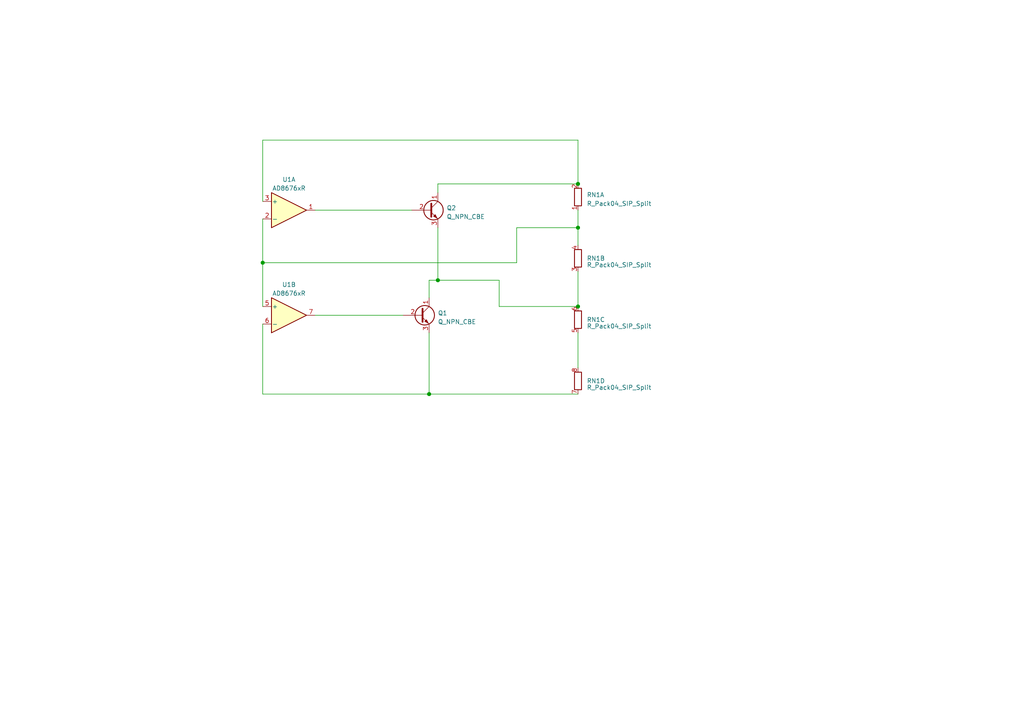
<source format=kicad_sch>
(kicad_sch (version 20210615) (generator eeschema)
  (paper "A4")
  (lib_symbols
    (symbol "Amplifier_Operational:AD8676xR" (pin_names (offset 0.127))
      (property "Reference" "U" (at 2.54 6.35 0))
      (property "Value" "AD8676xR" (at 2.54 3.81 0))
      (symbol "AD8676xR_1_1"
        (polyline (pts (xy 5.08 0) (xy -5.08 5.08) (xy -5.08 -5.08) (xy 5.08 0)) (stroke (width 0.254)) (fill (type background)))
        (pin output line (at 7.62 0 180) (length 2.54) (name "~") (number "1"))
        (pin input line (at -7.62 -2.54 0) (length 2.54) (name "-") (number "2"))
        (pin input line (at -7.62 2.54 0) (length 2.54) (name "+") (number "3"))
      )
      (symbol "AD8676xR_2_1"
        (polyline (pts (xy 5.08 0) (xy -5.08 5.08) (xy -5.08 -5.08) (xy 5.08 0)) (stroke (width 0.254)) (fill (type background)))
        (pin input line (at -7.62 2.54 0) (length 2.54) (name "+") (number "5"))
        (pin input line (at -7.62 -2.54 0) (length 2.54) (name "-") (number "6"))
        (pin output line (at 7.62 0 180) (length 2.54) (name "~") (number "7"))
      )
      (symbol "AD8676xR_3_1"
        (pin power_in line (at 0 -7.62 90) (length 3.81) (name "V-") (number "4"))
        (pin power_in line (at 0 7.62 270) (length 3.81) (name "V+") (number "8"))
      )
    )
    (symbol "Device:Q_NPN_CBE" (pin_names (offset 0) hide)
      (property "Reference" "Q" (at 5.08 1.27 0))
      (property "Value" "Q_NPN_CBE" (at 5.08 -1.27 0))
      (symbol "Q_NPN_CBE_0_1"
        (circle (center 1.27 0) (radius 2.8194) (stroke (width 0.254)))
        (polyline (pts (xy 0.635 0.635) (xy 2.54 2.54)))
        (polyline (pts (xy 0.635 -0.635) (xy 2.54 -2.54) (xy 2.54 -2.54)))
        (polyline (pts (xy 0.635 1.905) (xy 0.635 -1.905) (xy 0.635 -1.905)) (stroke (width 0.508)))
        (polyline (pts (xy 1.27 -1.778) (xy 1.778 -1.27) (xy 2.286 -2.286) (xy 1.27 -1.778) (xy 1.27 -1.778)) (fill (type outline)))
      )
      (symbol "Q_NPN_CBE_1_1"
        (pin passive line (at 2.54 5.08 270) (length 2.54) (name "C") (number "1"))
        (pin input line (at -5.08 0 0) (length 5.715) (name "B") (number "2"))
        (pin passive line (at 2.54 -5.08 90) (length 2.54) (name "E") (number "3"))
      )
    )
    (symbol "Device:R_Pack04_SIP_Split" (pin_names (offset 0) hide)
      (property "Reference" "RN" (at 2.032 0 90))
      (property "Value" "R_Pack04_SIP_Split" (at 0 0 90))
      (symbol "R_Pack04_SIP_Split_0_1"
        (rectangle (start 1.016 2.54) (end -1.016 -2.54) (stroke (width 0.254)))
      )
      (symbol "R_Pack04_SIP_Split_1_1"
        (pin passive line (at 0 -3.81 90) (length 1.27) (name "R1.1") (number "1"))
        (pin passive line (at 0 3.81 270) (length 1.27) (name "R1.2") (number "2"))
      )
      (symbol "R_Pack04_SIP_Split_2_1"
        (pin passive line (at 0 -3.81 90) (length 1.27) (name "R2.1") (number "3"))
        (pin passive line (at 0 3.81 270) (length 1.27) (name "R2.2") (number "4"))
      )
      (symbol "R_Pack04_SIP_Split_3_1"
        (pin passive line (at 0 -3.81 90) (length 1.27) (name "R3.1") (number "5"))
        (pin passive line (at 0 3.81 270) (length 1.27) (name "R3.2") (number "6"))
      )
      (symbol "R_Pack04_SIP_Split_4_1"
        (pin passive line (at 0 -3.81 90) (length 1.27) (name "R4.1") (number "7"))
        (pin passive line (at 0 3.81 270) (length 1.27) (name "R4.2") (number "8"))
      )
    )
  )
  (junction (at 76.2 76.2) (diameter 1.016))
  (junction (at 124.46 114.3) (diameter 1.016))
  (junction (at 127 81.28) (diameter 1.016))
  (junction (at 167.64 53.34) (diameter 1.016))
  (junction (at 167.64 66.04) (diameter 1.016))
  (junction (at 167.64 88.9) (diameter 1.016))
  (wire (pts (xy 76.2 40.64) (xy 167.64 40.64)))
  (wire (pts (xy 76.2 58.42) (xy 76.2 40.64)))
  (wire (pts (xy 76.2 63.5) (xy 76.2 76.2)))
  (wire (pts (xy 76.2 76.2) (xy 76.2 88.9)))
  (wire (pts (xy 76.2 76.2) (xy 149.86 76.2)))
  (wire (pts (xy 76.2 93.98) (xy 76.2 114.3)))
  (wire (pts (xy 76.2 114.3) (xy 124.46 114.3)))
  (wire (pts (xy 91.44 60.96) (xy 119.38 60.96)))
  (wire (pts (xy 91.44 91.44) (xy 116.84 91.44)))
  (wire (pts (xy 124.46 81.28) (xy 124.46 86.36)))
  (wire (pts (xy 124.46 114.3) (xy 124.46 96.52)))
  (wire (pts (xy 127 53.34) (xy 127 55.88)))
  (wire (pts (xy 127 66.04) (xy 127 81.28)))
  (wire (pts (xy 127 81.28) (xy 124.46 81.28)))
  (wire (pts (xy 144.78 81.28) (xy 127 81.28)))
  (wire (pts (xy 144.78 88.9) (xy 144.78 81.28)))
  (wire (pts (xy 149.86 66.04) (xy 167.64 66.04)))
  (wire (pts (xy 149.86 76.2) (xy 149.86 66.04)))
  (wire (pts (xy 167.64 40.64) (xy 167.64 53.34)))
  (wire (pts (xy 167.64 53.34) (xy 127 53.34)))
  (wire (pts (xy 167.64 60.96) (xy 167.64 66.04)))
  (wire (pts (xy 167.64 66.04) (xy 167.64 71.12)))
  (wire (pts (xy 167.64 78.74) (xy 167.64 88.9)))
  (wire (pts (xy 167.64 88.9) (xy 144.78 88.9)))
  (wire (pts (xy 167.64 96.52) (xy 167.64 106.68)))
  (wire (pts (xy 167.64 114.3) (xy 124.46 114.3)))
  (symbol (lib_id "Amplifier_Operational:AD8676xR") (at 500.38 -55.88 0) (unit 3)
    (property "Reference" "U1" (at 501.65 -56.5151 0) (effects (justify left)))
    (property "Value" "AD8676xR" (at 501.65 -53.9751 0) (effects (justify left)))
    (property "Footprint" "Package_SO:SOIC-8_3.9x4.9mm_P1.27mm" (effects hide))
    (property "Datasheet" "https://www.analog.com/media/en/technical-documentation/data-sheets/AD8676.pdf" (effects hide))
  )
  (symbol (lib_id "Device:R_Pack04_SIP_Split") (at 167.64 57.15 0) (unit 1)
    (property "Reference" "RN1" (at 170.18 56.5149 0) (effects (justify left)))
    (property "Value" "R_Pack04_SIP_Split" (at 170.18 59.0549 0) (effects (justify left)))
    (property "Footprint" "Resistor_THT:R_Array_SIP8" (effects hide))
    (property "Datasheet" "http://www.vishay.com/docs/31509/csc.pdf" (effects hide))
  )
  (symbol (lib_id "Device:R_Pack04_SIP_Split") (at 167.64 74.93 0) (unit 2)
    (property "Reference" "RN1" (at 170.18 74.93 0) (effects (justify left)))
    (property "Value" "R_Pack04_SIP_Split" (at 170.18 76.8349 0) (effects (justify left)))
    (property "Footprint" "Resistor_THT:R_Array_SIP8" (effects hide))
    (property "Datasheet" "http://www.vishay.com/docs/31509/csc.pdf" (effects hide))
  )
  (symbol (lib_id "Device:R_Pack04_SIP_Split") (at 167.64 92.71 0) (unit 3)
    (property "Reference" "RN1" (at 170.18 92.71 0) (effects (justify left)))
    (property "Value" "R_Pack04_SIP_Split" (at 170.18 94.6149 0) (effects (justify left)))
    (property "Footprint" "Resistor_THT:R_Array_SIP8" (effects hide))
    (property "Datasheet" "http://www.vishay.com/docs/31509/csc.pdf" (effects hide))
  )
  (symbol (lib_id "Device:R_Pack04_SIP_Split") (at 167.64 110.49 0) (unit 4)
    (property "Reference" "RN1" (at 170.18 110.49 0) (effects (justify left)))
    (property "Value" "R_Pack04_SIP_Split" (at 170.18 112.3949 0) (effects (justify left)))
    (property "Footprint" "Resistor_THT:R_Array_SIP8" (effects hide))
    (property "Datasheet" "http://www.vishay.com/docs/31509/csc.pdf" (effects hide))
  )
  (symbol (lib_id "Device:Q_NPN_CBE") (at 121.92 91.44 0) (unit 1)
    (property "Reference" "Q1" (at 127 90.8049 0) (effects (justify left)))
    (property "Value" "Q_NPN_CBE" (at 127 93.3449 0) (effects (justify left)))
  )
  (symbol (lib_id "Device:Q_NPN_CBE") (at 124.46 60.96 0) (unit 1)
    (property "Reference" "Q2" (at 129.54 60.3249 0) (effects (justify left)))
    (property "Value" "Q_NPN_CBE" (at 129.54 62.8649 0) (effects (justify left)))
  )
  (symbol (lib_id "Amplifier_Operational:AD8676xR") (at 83.82 60.96 0) (unit 1)
    (property "Reference" "U1" (at 83.82 52.07 0))
    (property "Value" "AD8676xR" (at 83.82 54.61 0))
    (property "Footprint" "Package_SO:SOIC-8_3.9x4.9mm_P1.27mm" (effects hide))
    (property "Datasheet" "https://www.analog.com/media/en/technical-documentation/data-sheets/AD8676.pdf" (effects hide))
  )
  (symbol (lib_id "Amplifier_Operational:AD8676xR") (at 83.82 91.44 0) (unit 2)
    (property "Reference" "U1" (at 83.82 82.55 0))
    (property "Value" "AD8676xR" (at 83.82 85.09 0))
    (property "Footprint" "Package_SO:SOIC-8_3.9x4.9mm_P1.27mm" (effects hide))
    (property "Datasheet" "https://www.analog.com/media/en/technical-documentation/data-sheets/AD8676.pdf" (effects hide))
  )
)
</source>
